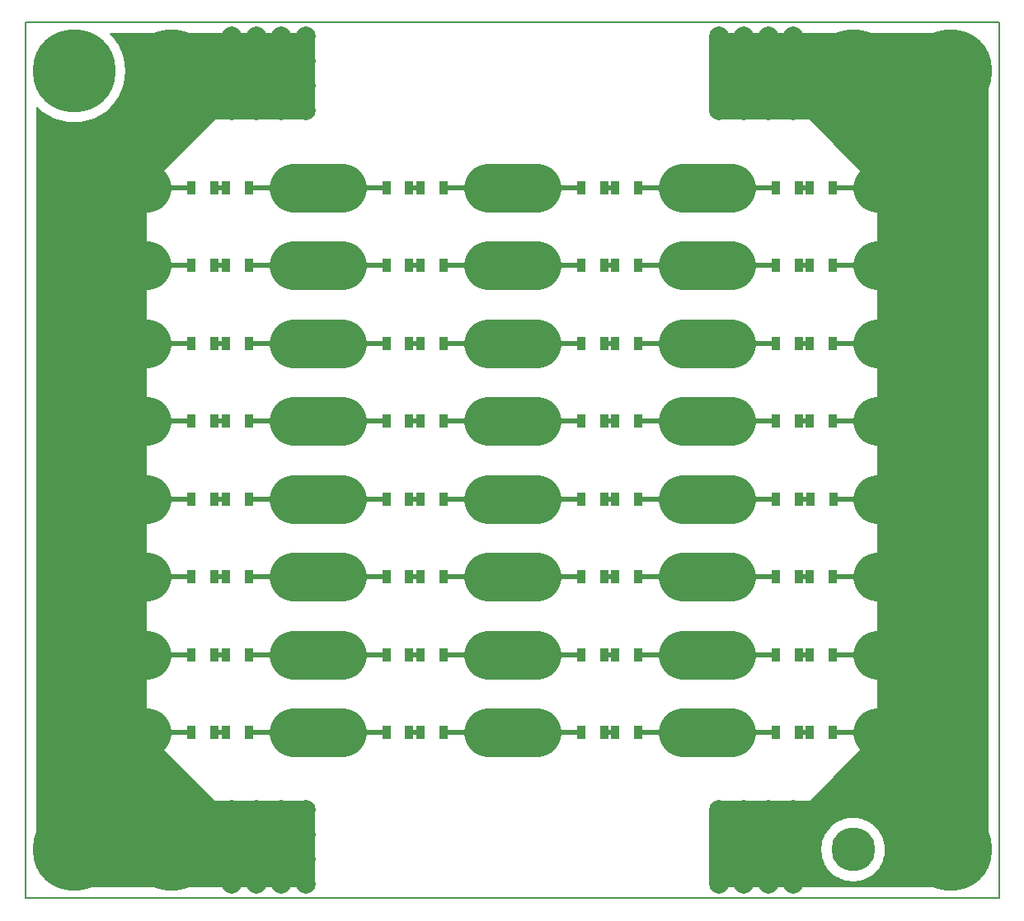
<source format=gbl>
G04 Layer_Physical_Order=2*
G04 Layer_Color=16711680*
%FSLAX25Y25*%
%MOIN*%
G70*
G01*
G75*
%ADD10C,0.19685*%
%ADD11C,0.00787*%
%ADD12C,0.11811*%
%ADD13C,0.07874*%
%ADD14C,0.17716*%
%ADD15C,0.33465*%
%ADD16C,0.03937*%
%ADD17R,0.03543X0.05315*%
%ADD18C,0.01968*%
G36*
X389333Y158896D02*
Y-158896D01*
X375431Y-172797D01*
X278112D01*
X276575Y-171260D01*
Y-140748D01*
X279528Y-137795D01*
X316929D01*
X326772Y-127953D01*
X344488Y-110236D01*
X344488Y110236D01*
X326772Y127953D01*
X316929Y137795D01*
X279528D01*
X276575Y140748D01*
Y171260D01*
X278112Y172797D01*
X375431D01*
X389333Y158896D01*
D02*
G37*
G36*
X117126Y171260D02*
Y140748D01*
X114173Y137795D01*
X76772D01*
X66929Y127953D01*
X49213Y110236D01*
X49213Y-110236D01*
X66929Y-127953D01*
X76772Y-137795D01*
X114173D01*
X117126Y-140748D01*
Y-171260D01*
X115589Y-172797D01*
X18270D01*
X4368Y-158896D01*
Y142888D01*
X4836Y143064D01*
X5038Y142833D01*
X7075Y141047D01*
X9328Y139542D01*
X11758Y138343D01*
X14324Y137472D01*
X16981Y136944D01*
X19685Y136767D01*
X22389Y136944D01*
X25046Y137472D01*
X27612Y138343D01*
X30042Y139542D01*
X32295Y141047D01*
X34332Y142833D01*
X36118Y144871D01*
X37624Y147124D01*
X38822Y149554D01*
X39693Y152119D01*
X40222Y154777D01*
X40399Y157480D01*
X40222Y160184D01*
X39693Y162841D01*
X38822Y165407D01*
X37624Y167837D01*
X36118Y170090D01*
X34332Y172127D01*
X34101Y172329D01*
X34277Y172797D01*
X115589D01*
X117126Y171260D01*
D02*
G37*
%LPC*%
G36*
X334646Y-144608D02*
X334452Y-144634D01*
X334256Y-144627D01*
X332520Y-144798D01*
X332141Y-144887D01*
X331756Y-144950D01*
X330731Y-145261D01*
X330679Y-145274D01*
X330650Y-145286D01*
X330087Y-145457D01*
X329732Y-145617D01*
X329367Y-145755D01*
X328848Y-146032D01*
X328819Y-146044D01*
X328773Y-146072D01*
X327829Y-146577D01*
X327512Y-146804D01*
X327181Y-147010D01*
X325833Y-148117D01*
X325566Y-148401D01*
X325282Y-148667D01*
X324175Y-150016D01*
X323969Y-150347D01*
X323743Y-150663D01*
X323237Y-151608D01*
X323210Y-151653D01*
X323198Y-151683D01*
X322920Y-152202D01*
X322783Y-152567D01*
X322622Y-152921D01*
X322451Y-153485D01*
X322439Y-153514D01*
X322427Y-153566D01*
X322116Y-154591D01*
X322052Y-154975D01*
X321964Y-155355D01*
X321793Y-157091D01*
X321805Y-157480D01*
X321793Y-157870D01*
X321964Y-159606D01*
X322052Y-159985D01*
X322116Y-160370D01*
X322427Y-161395D01*
X322439Y-161446D01*
X322451Y-161476D01*
X322622Y-162039D01*
X322783Y-162394D01*
X322920Y-162759D01*
X323198Y-163278D01*
X323210Y-163307D01*
X323237Y-163353D01*
X323743Y-164297D01*
X323969Y-164614D01*
X324175Y-164945D01*
X325282Y-166294D01*
X325566Y-166560D01*
X325833Y-166844D01*
X327181Y-167951D01*
X327512Y-168157D01*
X327829Y-168383D01*
X328773Y-168888D01*
X328819Y-168916D01*
X328848Y-168929D01*
X329367Y-169206D01*
X329732Y-169343D01*
X330087Y-169504D01*
X330650Y-169675D01*
X330679Y-169687D01*
X330731Y-169699D01*
X331756Y-170010D01*
X332141Y-170074D01*
X332520Y-170162D01*
X334256Y-170333D01*
X334452Y-170327D01*
X334646Y-170352D01*
X334840Y-170327D01*
X335035Y-170333D01*
X336771Y-170162D01*
X337151Y-170074D01*
X337535Y-170010D01*
X338560Y-169699D01*
X338612Y-169687D01*
X338641Y-169675D01*
X339205Y-169504D01*
X339559Y-169343D01*
X339924Y-169206D01*
X340443Y-168929D01*
X340473Y-168916D01*
X340518Y-168888D01*
X340518Y-168888D01*
X341463Y-168383D01*
X341779Y-168157D01*
X342110Y-167951D01*
X343459Y-166844D01*
X343725Y-166560D01*
X344009Y-166294D01*
X345116Y-164945D01*
X345322Y-164614D01*
X345549Y-164297D01*
X346054Y-163353D01*
X346082Y-163307D01*
X346094Y-163278D01*
X346371Y-162759D01*
X346509Y-162394D01*
X346669Y-162039D01*
X346840Y-161476D01*
X346852Y-161446D01*
X346865Y-161395D01*
X347176Y-160370D01*
X347239Y-159985D01*
X347328Y-159606D01*
X347499Y-157870D01*
X347486Y-157480D01*
X347499Y-157091D01*
X347328Y-155355D01*
X347239Y-154975D01*
X347176Y-154591D01*
X346865Y-153566D01*
X346852Y-153514D01*
X346840Y-153485D01*
X346669Y-152921D01*
X346509Y-152567D01*
X346371Y-152202D01*
X346094Y-151683D01*
X346082Y-151653D01*
X346054Y-151608D01*
X345549Y-150663D01*
X345322Y-150347D01*
X345116Y-150016D01*
X344009Y-148667D01*
X343725Y-148401D01*
X343459Y-148117D01*
X342110Y-147010D01*
X341779Y-146804D01*
X341463Y-146577D01*
X340518Y-146072D01*
X340473Y-146044D01*
X340443Y-146032D01*
X339924Y-145755D01*
X339559Y-145617D01*
X339205Y-145457D01*
X338641Y-145286D01*
X338612Y-145274D01*
X338560Y-145261D01*
X337535Y-144950D01*
X337151Y-144887D01*
X336771Y-144798D01*
X335035Y-144627D01*
X334840Y-144634D01*
X334646Y-144608D01*
D02*
G37*
%LPD*%
D10*
X187008Y-15748D02*
X206693D01*
X108268Y-15748D02*
X127953D01*
X265748Y-110236D02*
X285433D01*
X187008Y-78740D02*
X206693D01*
X108268Y-110236D02*
X127953D01*
X265748Y-47244D02*
X285433D01*
X187008D02*
X206693D01*
X108268Y-47244D02*
X127953D01*
X108268Y-78740D02*
X127953D01*
X187008Y-110236D02*
X206693D01*
X265748Y-78740D02*
X285433D01*
X265748Y-15748D02*
X285433D01*
X265748Y78740D02*
X285433D01*
X187008D02*
X206693D01*
X265748Y15748D02*
X285433D01*
X108268Y78740D02*
X127953D01*
X187008Y15748D02*
X206693D01*
X108268Y15748D02*
X127953D01*
X265748Y110236D02*
X285433D01*
X265748Y47244D02*
X285433D01*
X187008Y110236D02*
X206693D01*
X187008Y47244D02*
X206693D01*
X108268Y110236D02*
X127953D01*
X108268Y47244D02*
X127953D01*
X344488Y78740D02*
X364173D01*
X344488Y110236D02*
X364173D01*
X29528Y-47244D02*
X49213D01*
X344488Y-47244D02*
X364173D01*
X344488Y-78740D02*
X364173D01*
X344488Y-110236D02*
X364173D01*
X29528Y-110236D02*
X49213D01*
X29528Y-78740D02*
X49213D01*
X344488Y-15748D02*
X364173D01*
X29528Y-15748D02*
X49213D01*
X344488Y47244D02*
X364173D01*
X344488Y15748D02*
X364173D01*
X29528Y15748D02*
X49213D01*
X29528Y47244D02*
X49213D01*
X29528Y78740D02*
X49213D01*
X29528Y110236D02*
X49213D01*
D11*
X0Y-177165D02*
X393701D01*
X0D02*
Y177165D01*
X393701Y-177165D02*
Y177165D01*
X0D02*
X393701D01*
D12*
X285433Y-110236D02*
D03*
X344488D02*
D03*
X206693D02*
D03*
X265748D02*
D03*
X127953D02*
D03*
X187008D02*
D03*
X49213D02*
D03*
X108268D02*
D03*
X285433Y-78740D02*
D03*
X344488D02*
D03*
X206693D02*
D03*
X265748D02*
D03*
X127953D02*
D03*
X187008D02*
D03*
X49213D02*
D03*
X108268D02*
D03*
X285433Y-47244D02*
D03*
X344488D02*
D03*
X206693D02*
D03*
X265748D02*
D03*
X127953D02*
D03*
X187008D02*
D03*
X49213D02*
D03*
X108268D02*
D03*
X285433Y-15748D02*
D03*
X344488D02*
D03*
X206693Y-15748D02*
D03*
X265748D02*
D03*
X127953D02*
D03*
X187008D02*
D03*
X49213Y-15748D02*
D03*
X108268D02*
D03*
X285433Y15748D02*
D03*
X344488D02*
D03*
X206693D02*
D03*
X265748D02*
D03*
X127953D02*
D03*
X187008D02*
D03*
X49213D02*
D03*
X108268D02*
D03*
X285433Y47244D02*
D03*
X344488D02*
D03*
X206693D02*
D03*
X265748D02*
D03*
X127953D02*
D03*
X187008D02*
D03*
X49213D02*
D03*
X108268D02*
D03*
X285433Y78740D02*
D03*
X344488D02*
D03*
X206693D02*
D03*
X265748D02*
D03*
X127953D02*
D03*
X187008D02*
D03*
X49213D02*
D03*
X108268D02*
D03*
X285433Y110236D02*
D03*
X344488D02*
D03*
X206693D02*
D03*
X265748D02*
D03*
X127953D02*
D03*
X187008D02*
D03*
X49213Y110236D02*
D03*
X108268D02*
D03*
D13*
X83425Y171496D02*
D03*
X103425D02*
D03*
X93425D02*
D03*
X113425Y161496D02*
D03*
Y171496D02*
D03*
Y151496D02*
D03*
X103425Y141496D02*
D03*
X113425D02*
D03*
X93425D02*
D03*
X83425D02*
D03*
Y151496D02*
D03*
Y161496D02*
D03*
X93425Y151496D02*
D03*
Y161496D02*
D03*
X103425Y151496D02*
D03*
Y161496D02*
D03*
X310276Y-171496D02*
D03*
X290276D02*
D03*
X300276D02*
D03*
X280276Y-161496D02*
D03*
Y-171496D02*
D03*
Y-151496D02*
D03*
X290276Y-141496D02*
D03*
X280276D02*
D03*
X300276D02*
D03*
X310276D02*
D03*
Y-151496D02*
D03*
Y-161496D02*
D03*
X300276Y-151496D02*
D03*
Y-161496D02*
D03*
X290276Y-151496D02*
D03*
Y-161496D02*
D03*
X280276Y171496D02*
D03*
X300276D02*
D03*
X290276D02*
D03*
X310276Y161496D02*
D03*
Y171496D02*
D03*
Y151496D02*
D03*
X300276Y141496D02*
D03*
X310276D02*
D03*
X290276D02*
D03*
X280276D02*
D03*
Y151496D02*
D03*
Y161496D02*
D03*
X290276Y151496D02*
D03*
Y161496D02*
D03*
X300276Y151496D02*
D03*
Y161496D02*
D03*
X113425Y-171496D02*
D03*
X93425D02*
D03*
X103425D02*
D03*
X83425Y-161496D02*
D03*
Y-171496D02*
D03*
Y-151496D02*
D03*
X93425Y-141496D02*
D03*
X83425D02*
D03*
X103425D02*
D03*
X113425D02*
D03*
Y-151496D02*
D03*
Y-161496D02*
D03*
X103425Y-151496D02*
D03*
Y-161496D02*
D03*
X93425Y-151496D02*
D03*
Y-161496D02*
D03*
D14*
X334646Y-157480D02*
D03*
D15*
X59055Y157480D02*
D03*
Y-157480D02*
D03*
X19685D02*
D03*
Y157480D02*
D03*
X334646D02*
D03*
X374016D02*
D03*
Y-157480D02*
D03*
D16*
X7752Y-150591D02*
D03*
X19685Y-143701D02*
D03*
X12795Y-145547D02*
D03*
X7752Y-164370D02*
D03*
X5906Y-157480D02*
D03*
X12795Y-169414D02*
D03*
X26575D02*
D03*
X19685Y-171260D02*
D03*
X31618Y-164370D02*
D03*
Y-150591D02*
D03*
X33465Y-157480D02*
D03*
X26575Y-145547D02*
D03*
X47122Y-150591D02*
D03*
X59055Y-143701D02*
D03*
X52165Y-145547D02*
D03*
X47122Y-164370D02*
D03*
X45276Y-157480D02*
D03*
X52165Y-169414D02*
D03*
X65945D02*
D03*
X59055Y-171260D02*
D03*
X70989Y-164370D02*
D03*
Y-150591D02*
D03*
X72835Y-157480D02*
D03*
X65945Y-145547D02*
D03*
X362082Y-150591D02*
D03*
X374016Y-143701D02*
D03*
X367126Y-145547D02*
D03*
X362082Y-164370D02*
D03*
X360236Y-157480D02*
D03*
X367126Y-169414D02*
D03*
X380906D02*
D03*
X374016Y-171260D02*
D03*
X385949Y-164370D02*
D03*
Y-150591D02*
D03*
X387795Y-157480D02*
D03*
X380906Y-145547D02*
D03*
X362082Y164370D02*
D03*
X374016Y171260D02*
D03*
X367126Y169414D02*
D03*
X362082Y150591D02*
D03*
X360236Y157480D02*
D03*
X367126Y145547D02*
D03*
X380906D02*
D03*
X374016Y143701D02*
D03*
X385949Y150591D02*
D03*
Y164370D02*
D03*
X387795Y157480D02*
D03*
X380906Y169414D02*
D03*
X322712Y164370D02*
D03*
X334646Y171260D02*
D03*
X327756Y169414D02*
D03*
X322712Y150591D02*
D03*
X320866Y157480D02*
D03*
X327756Y145547D02*
D03*
X341535D02*
D03*
X334646Y143701D02*
D03*
X346579Y150591D02*
D03*
Y164370D02*
D03*
X348425Y157480D02*
D03*
X341535Y169414D02*
D03*
X47122Y164370D02*
D03*
X59055Y171260D02*
D03*
X52165Y169414D02*
D03*
X47122Y150591D02*
D03*
X45276Y157480D02*
D03*
X52165Y145547D02*
D03*
X65945D02*
D03*
X59055Y143701D02*
D03*
X70989Y150591D02*
D03*
Y164370D02*
D03*
X72835Y157480D02*
D03*
X65945Y169414D02*
D03*
X7752Y164370D02*
D03*
X19685Y171260D02*
D03*
X12795Y169414D02*
D03*
X7752Y150591D02*
D03*
X5906Y157480D02*
D03*
X12795Y145547D02*
D03*
X26575D02*
D03*
X19685Y143701D02*
D03*
X31618Y150591D02*
D03*
Y164370D02*
D03*
X33465Y157480D02*
D03*
X26575Y169414D02*
D03*
D17*
X76476Y110236D02*
D03*
X67224D02*
D03*
X90256D02*
D03*
X81004D02*
D03*
X155217D02*
D03*
X145965D02*
D03*
X168996D02*
D03*
X159744D02*
D03*
X233957D02*
D03*
X224705D02*
D03*
X247736D02*
D03*
X238484D02*
D03*
X312697D02*
D03*
X303445D02*
D03*
X326476D02*
D03*
X317224D02*
D03*
X76476Y78740D02*
D03*
X67224D02*
D03*
X90256D02*
D03*
X81004D02*
D03*
X155217D02*
D03*
X145965D02*
D03*
X168996D02*
D03*
X159744D02*
D03*
X233957D02*
D03*
X224705D02*
D03*
X247736D02*
D03*
X238484D02*
D03*
X312697D02*
D03*
X303445D02*
D03*
X326476D02*
D03*
X317224D02*
D03*
X76476Y47244D02*
D03*
X67224D02*
D03*
X90256D02*
D03*
X81004D02*
D03*
X155217D02*
D03*
X145965D02*
D03*
X168996D02*
D03*
X159744D02*
D03*
X233957D02*
D03*
X224705D02*
D03*
X247736D02*
D03*
X238484D02*
D03*
X312697D02*
D03*
X303445D02*
D03*
X326476D02*
D03*
X317224D02*
D03*
X76476Y15748D02*
D03*
X67224D02*
D03*
X90256D02*
D03*
X81004D02*
D03*
X155217D02*
D03*
X145965D02*
D03*
X168996D02*
D03*
X159744D02*
D03*
X233957D02*
D03*
X224705D02*
D03*
X247736D02*
D03*
X238484D02*
D03*
X312697D02*
D03*
X303445D02*
D03*
X326476D02*
D03*
X317224D02*
D03*
X76476Y-15748D02*
D03*
X67224D02*
D03*
X90256D02*
D03*
X81004D02*
D03*
X155217D02*
D03*
X145965D02*
D03*
X168996D02*
D03*
X159744D02*
D03*
X233957D02*
D03*
X224705D02*
D03*
X247736D02*
D03*
X238484D02*
D03*
X312697D02*
D03*
X303445D02*
D03*
X326772D02*
D03*
X317520D02*
D03*
X76476Y-47244D02*
D03*
X67224D02*
D03*
X90256D02*
D03*
X81004D02*
D03*
X155217D02*
D03*
X145965D02*
D03*
X168996D02*
D03*
X159744D02*
D03*
X233957D02*
D03*
X224705D02*
D03*
X247736D02*
D03*
X238484D02*
D03*
X312697D02*
D03*
X303445D02*
D03*
X326476D02*
D03*
X317224D02*
D03*
X76476Y-78740D02*
D03*
X67224D02*
D03*
X90256D02*
D03*
X81004D02*
D03*
X155217D02*
D03*
X145965D02*
D03*
X168996D02*
D03*
X159744D02*
D03*
X233957D02*
D03*
X224705D02*
D03*
X247736D02*
D03*
X238484D02*
D03*
X312697D02*
D03*
X303445D02*
D03*
X326476D02*
D03*
X317224D02*
D03*
X76476Y-110236D02*
D03*
X67224D02*
D03*
X90256D02*
D03*
X81004D02*
D03*
X155217D02*
D03*
X145965D02*
D03*
X168996D02*
D03*
X159744D02*
D03*
X233957D02*
D03*
X224705D02*
D03*
X247736D02*
D03*
X238484D02*
D03*
X312697D02*
D03*
X303445D02*
D03*
X326476D02*
D03*
X317224D02*
D03*
D18*
X326476Y-15748D02*
X334646D01*
X59055D02*
X67224D01*
X59055Y110236D02*
X67224D01*
X312697Y-15748D02*
X317224D01*
X312697Y-47244D02*
X317224D01*
X312697Y-110236D02*
X317224D01*
X312697Y-78740D02*
X317224D01*
X233957Y-15748D02*
X238484D01*
X233957Y-47244D02*
X238484D01*
X233957Y-110236D02*
X238484D01*
X233957Y-78740D02*
X238484D01*
X155217Y-15748D02*
X159744D01*
X155217Y-47244D02*
X159744D01*
X155217Y-110236D02*
X159744D01*
X155217Y-78740D02*
X159744D01*
X76476Y-15748D02*
X81004D01*
X76476Y-47244D02*
X81004D01*
X76476Y-110236D02*
X81004D01*
X76476Y-78740D02*
X81004D01*
X312697Y110236D02*
X317224D01*
X312697Y78740D02*
X317224D01*
X312697Y15748D02*
X317224D01*
X312697Y47244D02*
X317224D01*
X233957Y110236D02*
X238484D01*
X233957Y78740D02*
X238484D01*
X233957Y15748D02*
X238484D01*
X233957Y47244D02*
X238484D01*
X155217Y110236D02*
X159744D01*
X155217Y78740D02*
X159744D01*
X155217Y15748D02*
X159744D01*
X155217Y47244D02*
X159744D01*
X76476D02*
X81004D01*
X76476Y15748D02*
X81004D01*
X76476Y78740D02*
X81004D01*
X76476Y110236D02*
X81004D01*
X247736Y110236D02*
X255906D01*
X295276D02*
X303445D01*
X90256Y15748D02*
X98425D01*
X137795D02*
X145965D01*
X326476Y47244D02*
X334646D01*
X326476Y110236D02*
X334646D01*
X168996Y15748D02*
X177165D01*
X90256Y78740D02*
X98425D01*
X137795D02*
X145965D01*
X168996D02*
X177165D01*
X90256Y-15748D02*
X98425D01*
X137795Y-15748D02*
X145965D01*
X168996D02*
X177165D01*
X216535D02*
X224705D01*
X59055Y78740D02*
X67224D01*
X59055Y15748D02*
X67224D01*
X247736Y-15748D02*
X255906D01*
X295276Y-15748D02*
X303445D01*
X216535Y47244D02*
X224705D01*
X90256Y110236D02*
X98425D01*
X216535Y110236D02*
X224705D01*
X247736Y47244D02*
X255906D01*
X295276D02*
X303445D01*
X247736Y-47244D02*
X255906D01*
X295276Y-47244D02*
X303445D01*
X326476Y-110236D02*
X334646D01*
X326476Y-78740D02*
X334646D01*
X326476Y-47244D02*
X334646D01*
X326476Y15748D02*
X334646D01*
X326476Y78740D02*
X334646D01*
X216535Y15748D02*
X224705D01*
X90256Y-78740D02*
X98425D01*
X137795Y-78740D02*
X145965D01*
X247736Y15748D02*
X255906D01*
X295276D02*
X303445D01*
X168996Y-78740D02*
X177165D01*
X216535D02*
X224705D01*
X216535Y78740D02*
X224705D01*
X247736Y-78740D02*
X255906D01*
X295276Y-78740D02*
X303445D01*
X247736Y78740D02*
X255906D01*
X295276D02*
X303445D01*
X90256Y-110236D02*
X98425D01*
X137795Y-110236D02*
X145965D01*
X59055Y-110236D02*
X67224D01*
X59055Y-78740D02*
X67224D01*
X59055Y-47244D02*
X67224D01*
X59055Y47244D02*
X67224D01*
X168996Y-110236D02*
X177165D01*
X216535D02*
X224705D01*
X90256Y47244D02*
X98425D01*
X137795D02*
X145965D01*
X137795Y110236D02*
X145965D01*
X247736Y-110236D02*
X255906D01*
X295276Y-110236D02*
X303445D01*
X168996Y47244D02*
X177165D01*
X90256Y-47244D02*
X98425D01*
X137795Y-47244D02*
X145965D01*
X168996D02*
X177165D01*
X216535D02*
X224705D01*
X168996Y110236D02*
X177165D01*
M02*

</source>
